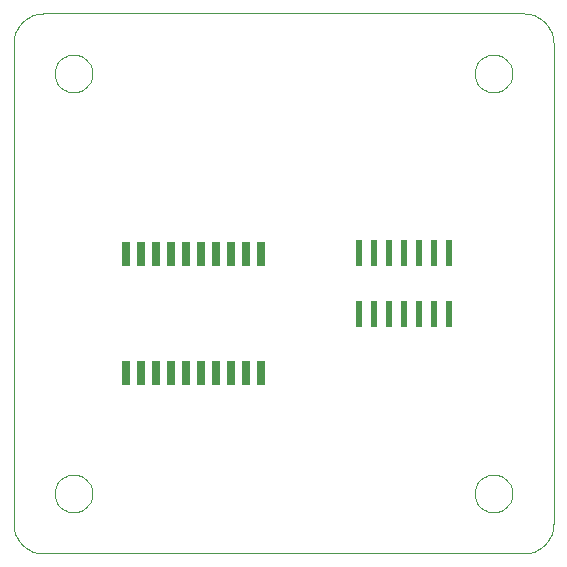
<source format=gbp>
G75*
G70*
%OFA0B0*%
%FSLAX24Y24*%
%IPPOS*%
%LPD*%
%AMOC8*
5,1,8,0,0,1.08239X$1,22.5*
%
%ADD10C,0.0000*%
%ADD11R,0.0240X0.0870*%
%ADD12R,0.0260X0.0800*%
D10*
X001100Y000100D02*
X017100Y000100D01*
X017160Y000102D01*
X017221Y000107D01*
X017280Y000116D01*
X017339Y000129D01*
X017398Y000145D01*
X017455Y000165D01*
X017510Y000188D01*
X017565Y000215D01*
X017617Y000244D01*
X017668Y000277D01*
X017717Y000313D01*
X017763Y000351D01*
X017807Y000393D01*
X017849Y000437D01*
X017887Y000483D01*
X017923Y000532D01*
X017956Y000583D01*
X017985Y000635D01*
X018012Y000690D01*
X018035Y000745D01*
X018055Y000802D01*
X018071Y000861D01*
X018084Y000920D01*
X018093Y000979D01*
X018098Y001040D01*
X018100Y001100D01*
X018100Y017100D01*
X018098Y017160D01*
X018093Y017221D01*
X018084Y017280D01*
X018071Y017339D01*
X018055Y017398D01*
X018035Y017455D01*
X018012Y017510D01*
X017985Y017565D01*
X017956Y017617D01*
X017923Y017668D01*
X017887Y017717D01*
X017849Y017763D01*
X017807Y017807D01*
X017763Y017849D01*
X017717Y017887D01*
X017668Y017923D01*
X017617Y017956D01*
X017565Y017985D01*
X017510Y018012D01*
X017455Y018035D01*
X017398Y018055D01*
X017339Y018071D01*
X017280Y018084D01*
X017221Y018093D01*
X017160Y018098D01*
X017100Y018100D01*
X001100Y018100D01*
X001040Y018098D01*
X000979Y018093D01*
X000920Y018084D01*
X000861Y018071D01*
X000802Y018055D01*
X000745Y018035D01*
X000690Y018012D01*
X000635Y017985D01*
X000583Y017956D01*
X000532Y017923D01*
X000483Y017887D01*
X000437Y017849D01*
X000393Y017807D01*
X000351Y017763D01*
X000313Y017717D01*
X000277Y017668D01*
X000244Y017617D01*
X000215Y017565D01*
X000188Y017510D01*
X000165Y017455D01*
X000145Y017398D01*
X000129Y017339D01*
X000116Y017280D01*
X000107Y017221D01*
X000102Y017160D01*
X000100Y017100D01*
X000100Y001100D01*
X000102Y001040D01*
X000107Y000979D01*
X000116Y000920D01*
X000129Y000861D01*
X000145Y000802D01*
X000165Y000745D01*
X000188Y000690D01*
X000215Y000635D01*
X000244Y000583D01*
X000277Y000532D01*
X000313Y000483D01*
X000351Y000437D01*
X000393Y000393D01*
X000437Y000351D01*
X000483Y000313D01*
X000532Y000277D01*
X000583Y000244D01*
X000635Y000215D01*
X000690Y000188D01*
X000745Y000165D01*
X000802Y000145D01*
X000861Y000129D01*
X000920Y000116D01*
X000979Y000107D01*
X001040Y000102D01*
X001100Y000100D01*
X001470Y002100D02*
X001472Y002150D01*
X001478Y002200D01*
X001488Y002249D01*
X001502Y002297D01*
X001519Y002344D01*
X001540Y002389D01*
X001565Y002433D01*
X001593Y002474D01*
X001625Y002513D01*
X001659Y002550D01*
X001696Y002584D01*
X001736Y002614D01*
X001778Y002641D01*
X001822Y002665D01*
X001868Y002686D01*
X001915Y002702D01*
X001963Y002715D01*
X002013Y002724D01*
X002062Y002729D01*
X002113Y002730D01*
X002163Y002727D01*
X002212Y002720D01*
X002261Y002709D01*
X002309Y002694D01*
X002355Y002676D01*
X002400Y002654D01*
X002443Y002628D01*
X002484Y002599D01*
X002523Y002567D01*
X002559Y002532D01*
X002591Y002494D01*
X002621Y002454D01*
X002648Y002411D01*
X002671Y002367D01*
X002690Y002321D01*
X002706Y002273D01*
X002718Y002224D01*
X002726Y002175D01*
X002730Y002125D01*
X002730Y002075D01*
X002726Y002025D01*
X002718Y001976D01*
X002706Y001927D01*
X002690Y001879D01*
X002671Y001833D01*
X002648Y001789D01*
X002621Y001746D01*
X002591Y001706D01*
X002559Y001668D01*
X002523Y001633D01*
X002484Y001601D01*
X002443Y001572D01*
X002400Y001546D01*
X002355Y001524D01*
X002309Y001506D01*
X002261Y001491D01*
X002212Y001480D01*
X002163Y001473D01*
X002113Y001470D01*
X002062Y001471D01*
X002013Y001476D01*
X001963Y001485D01*
X001915Y001498D01*
X001868Y001514D01*
X001822Y001535D01*
X001778Y001559D01*
X001736Y001586D01*
X001696Y001616D01*
X001659Y001650D01*
X001625Y001687D01*
X001593Y001726D01*
X001565Y001767D01*
X001540Y001811D01*
X001519Y001856D01*
X001502Y001903D01*
X001488Y001951D01*
X001478Y002000D01*
X001472Y002050D01*
X001470Y002100D01*
X001470Y016100D02*
X001472Y016150D01*
X001478Y016200D01*
X001488Y016249D01*
X001502Y016297D01*
X001519Y016344D01*
X001540Y016389D01*
X001565Y016433D01*
X001593Y016474D01*
X001625Y016513D01*
X001659Y016550D01*
X001696Y016584D01*
X001736Y016614D01*
X001778Y016641D01*
X001822Y016665D01*
X001868Y016686D01*
X001915Y016702D01*
X001963Y016715D01*
X002013Y016724D01*
X002062Y016729D01*
X002113Y016730D01*
X002163Y016727D01*
X002212Y016720D01*
X002261Y016709D01*
X002309Y016694D01*
X002355Y016676D01*
X002400Y016654D01*
X002443Y016628D01*
X002484Y016599D01*
X002523Y016567D01*
X002559Y016532D01*
X002591Y016494D01*
X002621Y016454D01*
X002648Y016411D01*
X002671Y016367D01*
X002690Y016321D01*
X002706Y016273D01*
X002718Y016224D01*
X002726Y016175D01*
X002730Y016125D01*
X002730Y016075D01*
X002726Y016025D01*
X002718Y015976D01*
X002706Y015927D01*
X002690Y015879D01*
X002671Y015833D01*
X002648Y015789D01*
X002621Y015746D01*
X002591Y015706D01*
X002559Y015668D01*
X002523Y015633D01*
X002484Y015601D01*
X002443Y015572D01*
X002400Y015546D01*
X002355Y015524D01*
X002309Y015506D01*
X002261Y015491D01*
X002212Y015480D01*
X002163Y015473D01*
X002113Y015470D01*
X002062Y015471D01*
X002013Y015476D01*
X001963Y015485D01*
X001915Y015498D01*
X001868Y015514D01*
X001822Y015535D01*
X001778Y015559D01*
X001736Y015586D01*
X001696Y015616D01*
X001659Y015650D01*
X001625Y015687D01*
X001593Y015726D01*
X001565Y015767D01*
X001540Y015811D01*
X001519Y015856D01*
X001502Y015903D01*
X001488Y015951D01*
X001478Y016000D01*
X001472Y016050D01*
X001470Y016100D01*
X015470Y016100D02*
X015472Y016150D01*
X015478Y016200D01*
X015488Y016249D01*
X015502Y016297D01*
X015519Y016344D01*
X015540Y016389D01*
X015565Y016433D01*
X015593Y016474D01*
X015625Y016513D01*
X015659Y016550D01*
X015696Y016584D01*
X015736Y016614D01*
X015778Y016641D01*
X015822Y016665D01*
X015868Y016686D01*
X015915Y016702D01*
X015963Y016715D01*
X016013Y016724D01*
X016062Y016729D01*
X016113Y016730D01*
X016163Y016727D01*
X016212Y016720D01*
X016261Y016709D01*
X016309Y016694D01*
X016355Y016676D01*
X016400Y016654D01*
X016443Y016628D01*
X016484Y016599D01*
X016523Y016567D01*
X016559Y016532D01*
X016591Y016494D01*
X016621Y016454D01*
X016648Y016411D01*
X016671Y016367D01*
X016690Y016321D01*
X016706Y016273D01*
X016718Y016224D01*
X016726Y016175D01*
X016730Y016125D01*
X016730Y016075D01*
X016726Y016025D01*
X016718Y015976D01*
X016706Y015927D01*
X016690Y015879D01*
X016671Y015833D01*
X016648Y015789D01*
X016621Y015746D01*
X016591Y015706D01*
X016559Y015668D01*
X016523Y015633D01*
X016484Y015601D01*
X016443Y015572D01*
X016400Y015546D01*
X016355Y015524D01*
X016309Y015506D01*
X016261Y015491D01*
X016212Y015480D01*
X016163Y015473D01*
X016113Y015470D01*
X016062Y015471D01*
X016013Y015476D01*
X015963Y015485D01*
X015915Y015498D01*
X015868Y015514D01*
X015822Y015535D01*
X015778Y015559D01*
X015736Y015586D01*
X015696Y015616D01*
X015659Y015650D01*
X015625Y015687D01*
X015593Y015726D01*
X015565Y015767D01*
X015540Y015811D01*
X015519Y015856D01*
X015502Y015903D01*
X015488Y015951D01*
X015478Y016000D01*
X015472Y016050D01*
X015470Y016100D01*
X015470Y002100D02*
X015472Y002150D01*
X015478Y002200D01*
X015488Y002249D01*
X015502Y002297D01*
X015519Y002344D01*
X015540Y002389D01*
X015565Y002433D01*
X015593Y002474D01*
X015625Y002513D01*
X015659Y002550D01*
X015696Y002584D01*
X015736Y002614D01*
X015778Y002641D01*
X015822Y002665D01*
X015868Y002686D01*
X015915Y002702D01*
X015963Y002715D01*
X016013Y002724D01*
X016062Y002729D01*
X016113Y002730D01*
X016163Y002727D01*
X016212Y002720D01*
X016261Y002709D01*
X016309Y002694D01*
X016355Y002676D01*
X016400Y002654D01*
X016443Y002628D01*
X016484Y002599D01*
X016523Y002567D01*
X016559Y002532D01*
X016591Y002494D01*
X016621Y002454D01*
X016648Y002411D01*
X016671Y002367D01*
X016690Y002321D01*
X016706Y002273D01*
X016718Y002224D01*
X016726Y002175D01*
X016730Y002125D01*
X016730Y002075D01*
X016726Y002025D01*
X016718Y001976D01*
X016706Y001927D01*
X016690Y001879D01*
X016671Y001833D01*
X016648Y001789D01*
X016621Y001746D01*
X016591Y001706D01*
X016559Y001668D01*
X016523Y001633D01*
X016484Y001601D01*
X016443Y001572D01*
X016400Y001546D01*
X016355Y001524D01*
X016309Y001506D01*
X016261Y001491D01*
X016212Y001480D01*
X016163Y001473D01*
X016113Y001470D01*
X016062Y001471D01*
X016013Y001476D01*
X015963Y001485D01*
X015915Y001498D01*
X015868Y001514D01*
X015822Y001535D01*
X015778Y001559D01*
X015736Y001586D01*
X015696Y001616D01*
X015659Y001650D01*
X015625Y001687D01*
X015593Y001726D01*
X015565Y001767D01*
X015540Y001811D01*
X015519Y001856D01*
X015502Y001903D01*
X015488Y001951D01*
X015478Y002000D01*
X015472Y002050D01*
X015470Y002100D01*
D11*
X014600Y008075D03*
X014100Y008075D03*
X013600Y008075D03*
X013100Y008075D03*
X012600Y008075D03*
X012100Y008075D03*
X011600Y008075D03*
X011600Y010125D03*
X012100Y010125D03*
X012600Y010125D03*
X013100Y010125D03*
X013600Y010125D03*
X014100Y010125D03*
X014600Y010125D03*
D12*
X008350Y010080D03*
X007850Y010080D03*
X007350Y010080D03*
X006850Y010080D03*
X006350Y010080D03*
X005850Y010080D03*
X005350Y010080D03*
X004850Y010080D03*
X004350Y010080D03*
X003850Y010080D03*
X003850Y006120D03*
X004350Y006120D03*
X004850Y006120D03*
X005350Y006120D03*
X005850Y006120D03*
X006350Y006120D03*
X006850Y006120D03*
X007350Y006120D03*
X007850Y006120D03*
X008350Y006120D03*
M02*

</source>
